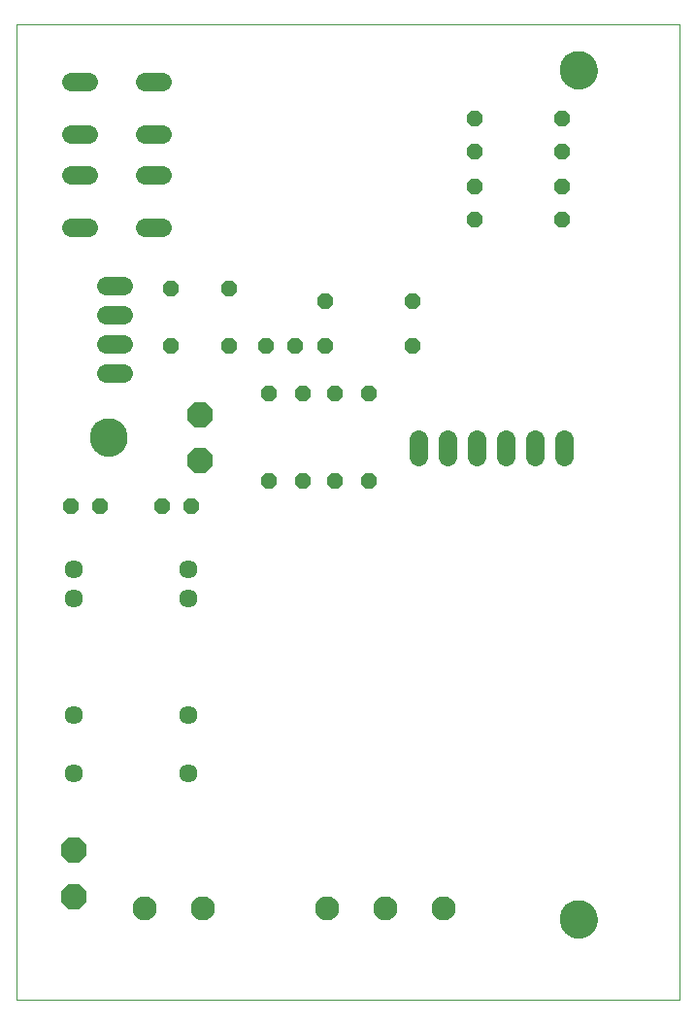
<source format=gbs>
G75*
%MOIN*%
%OFA0B0*%
%FSLAX25Y25*%
%IPPOS*%
%LPD*%
%AMOC8*
5,1,8,0,0,1.08239X$1,22.5*
%
%ADD10C,0.00000*%
%ADD11C,0.12998*%
%ADD12C,0.06400*%
%ADD13C,0.08274*%
%ADD14OC8,0.05600*%
%ADD15C,0.06337*%
%ADD16OC8,0.08900*%
D10*
X0001000Y0001000D02*
X0001000Y0335646D01*
X0228559Y0335646D01*
X0228559Y0001000D01*
X0001000Y0001000D01*
X0026197Y0193913D02*
X0026199Y0194071D01*
X0026205Y0194229D01*
X0026215Y0194387D01*
X0026229Y0194545D01*
X0026247Y0194702D01*
X0026268Y0194859D01*
X0026294Y0195015D01*
X0026324Y0195171D01*
X0026357Y0195326D01*
X0026395Y0195479D01*
X0026436Y0195632D01*
X0026481Y0195784D01*
X0026530Y0195935D01*
X0026583Y0196084D01*
X0026639Y0196232D01*
X0026699Y0196378D01*
X0026763Y0196523D01*
X0026831Y0196666D01*
X0026902Y0196808D01*
X0026976Y0196948D01*
X0027054Y0197085D01*
X0027136Y0197221D01*
X0027220Y0197355D01*
X0027309Y0197486D01*
X0027400Y0197615D01*
X0027495Y0197742D01*
X0027592Y0197867D01*
X0027693Y0197989D01*
X0027797Y0198108D01*
X0027904Y0198225D01*
X0028014Y0198339D01*
X0028127Y0198450D01*
X0028242Y0198559D01*
X0028360Y0198664D01*
X0028481Y0198766D01*
X0028604Y0198866D01*
X0028730Y0198962D01*
X0028858Y0199055D01*
X0028988Y0199145D01*
X0029121Y0199231D01*
X0029256Y0199315D01*
X0029392Y0199394D01*
X0029531Y0199471D01*
X0029672Y0199543D01*
X0029814Y0199613D01*
X0029958Y0199678D01*
X0030104Y0199740D01*
X0030251Y0199798D01*
X0030400Y0199853D01*
X0030550Y0199904D01*
X0030701Y0199951D01*
X0030853Y0199994D01*
X0031006Y0200033D01*
X0031161Y0200069D01*
X0031316Y0200100D01*
X0031472Y0200128D01*
X0031628Y0200152D01*
X0031785Y0200172D01*
X0031943Y0200188D01*
X0032100Y0200200D01*
X0032259Y0200208D01*
X0032417Y0200212D01*
X0032575Y0200212D01*
X0032733Y0200208D01*
X0032892Y0200200D01*
X0033049Y0200188D01*
X0033207Y0200172D01*
X0033364Y0200152D01*
X0033520Y0200128D01*
X0033676Y0200100D01*
X0033831Y0200069D01*
X0033986Y0200033D01*
X0034139Y0199994D01*
X0034291Y0199951D01*
X0034442Y0199904D01*
X0034592Y0199853D01*
X0034741Y0199798D01*
X0034888Y0199740D01*
X0035034Y0199678D01*
X0035178Y0199613D01*
X0035320Y0199543D01*
X0035461Y0199471D01*
X0035600Y0199394D01*
X0035736Y0199315D01*
X0035871Y0199231D01*
X0036004Y0199145D01*
X0036134Y0199055D01*
X0036262Y0198962D01*
X0036388Y0198866D01*
X0036511Y0198766D01*
X0036632Y0198664D01*
X0036750Y0198559D01*
X0036865Y0198450D01*
X0036978Y0198339D01*
X0037088Y0198225D01*
X0037195Y0198108D01*
X0037299Y0197989D01*
X0037400Y0197867D01*
X0037497Y0197742D01*
X0037592Y0197615D01*
X0037683Y0197486D01*
X0037772Y0197355D01*
X0037856Y0197221D01*
X0037938Y0197085D01*
X0038016Y0196948D01*
X0038090Y0196808D01*
X0038161Y0196666D01*
X0038229Y0196523D01*
X0038293Y0196378D01*
X0038353Y0196232D01*
X0038409Y0196084D01*
X0038462Y0195935D01*
X0038511Y0195784D01*
X0038556Y0195632D01*
X0038597Y0195479D01*
X0038635Y0195326D01*
X0038668Y0195171D01*
X0038698Y0195015D01*
X0038724Y0194859D01*
X0038745Y0194702D01*
X0038763Y0194545D01*
X0038777Y0194387D01*
X0038787Y0194229D01*
X0038793Y0194071D01*
X0038795Y0193913D01*
X0038793Y0193755D01*
X0038787Y0193597D01*
X0038777Y0193439D01*
X0038763Y0193281D01*
X0038745Y0193124D01*
X0038724Y0192967D01*
X0038698Y0192811D01*
X0038668Y0192655D01*
X0038635Y0192500D01*
X0038597Y0192347D01*
X0038556Y0192194D01*
X0038511Y0192042D01*
X0038462Y0191891D01*
X0038409Y0191742D01*
X0038353Y0191594D01*
X0038293Y0191448D01*
X0038229Y0191303D01*
X0038161Y0191160D01*
X0038090Y0191018D01*
X0038016Y0190878D01*
X0037938Y0190741D01*
X0037856Y0190605D01*
X0037772Y0190471D01*
X0037683Y0190340D01*
X0037592Y0190211D01*
X0037497Y0190084D01*
X0037400Y0189959D01*
X0037299Y0189837D01*
X0037195Y0189718D01*
X0037088Y0189601D01*
X0036978Y0189487D01*
X0036865Y0189376D01*
X0036750Y0189267D01*
X0036632Y0189162D01*
X0036511Y0189060D01*
X0036388Y0188960D01*
X0036262Y0188864D01*
X0036134Y0188771D01*
X0036004Y0188681D01*
X0035871Y0188595D01*
X0035736Y0188511D01*
X0035600Y0188432D01*
X0035461Y0188355D01*
X0035320Y0188283D01*
X0035178Y0188213D01*
X0035034Y0188148D01*
X0034888Y0188086D01*
X0034741Y0188028D01*
X0034592Y0187973D01*
X0034442Y0187922D01*
X0034291Y0187875D01*
X0034139Y0187832D01*
X0033986Y0187793D01*
X0033831Y0187757D01*
X0033676Y0187726D01*
X0033520Y0187698D01*
X0033364Y0187674D01*
X0033207Y0187654D01*
X0033049Y0187638D01*
X0032892Y0187626D01*
X0032733Y0187618D01*
X0032575Y0187614D01*
X0032417Y0187614D01*
X0032259Y0187618D01*
X0032100Y0187626D01*
X0031943Y0187638D01*
X0031785Y0187654D01*
X0031628Y0187674D01*
X0031472Y0187698D01*
X0031316Y0187726D01*
X0031161Y0187757D01*
X0031006Y0187793D01*
X0030853Y0187832D01*
X0030701Y0187875D01*
X0030550Y0187922D01*
X0030400Y0187973D01*
X0030251Y0188028D01*
X0030104Y0188086D01*
X0029958Y0188148D01*
X0029814Y0188213D01*
X0029672Y0188283D01*
X0029531Y0188355D01*
X0029392Y0188432D01*
X0029256Y0188511D01*
X0029121Y0188595D01*
X0028988Y0188681D01*
X0028858Y0188771D01*
X0028730Y0188864D01*
X0028604Y0188960D01*
X0028481Y0189060D01*
X0028360Y0189162D01*
X0028242Y0189267D01*
X0028127Y0189376D01*
X0028014Y0189487D01*
X0027904Y0189601D01*
X0027797Y0189718D01*
X0027693Y0189837D01*
X0027592Y0189959D01*
X0027495Y0190084D01*
X0027400Y0190211D01*
X0027309Y0190340D01*
X0027220Y0190471D01*
X0027136Y0190605D01*
X0027054Y0190741D01*
X0026976Y0190878D01*
X0026902Y0191018D01*
X0026831Y0191160D01*
X0026763Y0191303D01*
X0026699Y0191448D01*
X0026639Y0191594D01*
X0026583Y0191742D01*
X0026530Y0191891D01*
X0026481Y0192042D01*
X0026436Y0192194D01*
X0026395Y0192347D01*
X0026357Y0192500D01*
X0026324Y0192655D01*
X0026294Y0192811D01*
X0026268Y0192967D01*
X0026247Y0193124D01*
X0026229Y0193281D01*
X0026215Y0193439D01*
X0026205Y0193597D01*
X0026199Y0193755D01*
X0026197Y0193913D01*
X0187614Y0319898D02*
X0187616Y0320056D01*
X0187622Y0320214D01*
X0187632Y0320372D01*
X0187646Y0320530D01*
X0187664Y0320687D01*
X0187685Y0320844D01*
X0187711Y0321000D01*
X0187741Y0321156D01*
X0187774Y0321311D01*
X0187812Y0321464D01*
X0187853Y0321617D01*
X0187898Y0321769D01*
X0187947Y0321920D01*
X0188000Y0322069D01*
X0188056Y0322217D01*
X0188116Y0322363D01*
X0188180Y0322508D01*
X0188248Y0322651D01*
X0188319Y0322793D01*
X0188393Y0322933D01*
X0188471Y0323070D01*
X0188553Y0323206D01*
X0188637Y0323340D01*
X0188726Y0323471D01*
X0188817Y0323600D01*
X0188912Y0323727D01*
X0189009Y0323852D01*
X0189110Y0323974D01*
X0189214Y0324093D01*
X0189321Y0324210D01*
X0189431Y0324324D01*
X0189544Y0324435D01*
X0189659Y0324544D01*
X0189777Y0324649D01*
X0189898Y0324751D01*
X0190021Y0324851D01*
X0190147Y0324947D01*
X0190275Y0325040D01*
X0190405Y0325130D01*
X0190538Y0325216D01*
X0190673Y0325300D01*
X0190809Y0325379D01*
X0190948Y0325456D01*
X0191089Y0325528D01*
X0191231Y0325598D01*
X0191375Y0325663D01*
X0191521Y0325725D01*
X0191668Y0325783D01*
X0191817Y0325838D01*
X0191967Y0325889D01*
X0192118Y0325936D01*
X0192270Y0325979D01*
X0192423Y0326018D01*
X0192578Y0326054D01*
X0192733Y0326085D01*
X0192889Y0326113D01*
X0193045Y0326137D01*
X0193202Y0326157D01*
X0193360Y0326173D01*
X0193517Y0326185D01*
X0193676Y0326193D01*
X0193834Y0326197D01*
X0193992Y0326197D01*
X0194150Y0326193D01*
X0194309Y0326185D01*
X0194466Y0326173D01*
X0194624Y0326157D01*
X0194781Y0326137D01*
X0194937Y0326113D01*
X0195093Y0326085D01*
X0195248Y0326054D01*
X0195403Y0326018D01*
X0195556Y0325979D01*
X0195708Y0325936D01*
X0195859Y0325889D01*
X0196009Y0325838D01*
X0196158Y0325783D01*
X0196305Y0325725D01*
X0196451Y0325663D01*
X0196595Y0325598D01*
X0196737Y0325528D01*
X0196878Y0325456D01*
X0197017Y0325379D01*
X0197153Y0325300D01*
X0197288Y0325216D01*
X0197421Y0325130D01*
X0197551Y0325040D01*
X0197679Y0324947D01*
X0197805Y0324851D01*
X0197928Y0324751D01*
X0198049Y0324649D01*
X0198167Y0324544D01*
X0198282Y0324435D01*
X0198395Y0324324D01*
X0198505Y0324210D01*
X0198612Y0324093D01*
X0198716Y0323974D01*
X0198817Y0323852D01*
X0198914Y0323727D01*
X0199009Y0323600D01*
X0199100Y0323471D01*
X0199189Y0323340D01*
X0199273Y0323206D01*
X0199355Y0323070D01*
X0199433Y0322933D01*
X0199507Y0322793D01*
X0199578Y0322651D01*
X0199646Y0322508D01*
X0199710Y0322363D01*
X0199770Y0322217D01*
X0199826Y0322069D01*
X0199879Y0321920D01*
X0199928Y0321769D01*
X0199973Y0321617D01*
X0200014Y0321464D01*
X0200052Y0321311D01*
X0200085Y0321156D01*
X0200115Y0321000D01*
X0200141Y0320844D01*
X0200162Y0320687D01*
X0200180Y0320530D01*
X0200194Y0320372D01*
X0200204Y0320214D01*
X0200210Y0320056D01*
X0200212Y0319898D01*
X0200210Y0319740D01*
X0200204Y0319582D01*
X0200194Y0319424D01*
X0200180Y0319266D01*
X0200162Y0319109D01*
X0200141Y0318952D01*
X0200115Y0318796D01*
X0200085Y0318640D01*
X0200052Y0318485D01*
X0200014Y0318332D01*
X0199973Y0318179D01*
X0199928Y0318027D01*
X0199879Y0317876D01*
X0199826Y0317727D01*
X0199770Y0317579D01*
X0199710Y0317433D01*
X0199646Y0317288D01*
X0199578Y0317145D01*
X0199507Y0317003D01*
X0199433Y0316863D01*
X0199355Y0316726D01*
X0199273Y0316590D01*
X0199189Y0316456D01*
X0199100Y0316325D01*
X0199009Y0316196D01*
X0198914Y0316069D01*
X0198817Y0315944D01*
X0198716Y0315822D01*
X0198612Y0315703D01*
X0198505Y0315586D01*
X0198395Y0315472D01*
X0198282Y0315361D01*
X0198167Y0315252D01*
X0198049Y0315147D01*
X0197928Y0315045D01*
X0197805Y0314945D01*
X0197679Y0314849D01*
X0197551Y0314756D01*
X0197421Y0314666D01*
X0197288Y0314580D01*
X0197153Y0314496D01*
X0197017Y0314417D01*
X0196878Y0314340D01*
X0196737Y0314268D01*
X0196595Y0314198D01*
X0196451Y0314133D01*
X0196305Y0314071D01*
X0196158Y0314013D01*
X0196009Y0313958D01*
X0195859Y0313907D01*
X0195708Y0313860D01*
X0195556Y0313817D01*
X0195403Y0313778D01*
X0195248Y0313742D01*
X0195093Y0313711D01*
X0194937Y0313683D01*
X0194781Y0313659D01*
X0194624Y0313639D01*
X0194466Y0313623D01*
X0194309Y0313611D01*
X0194150Y0313603D01*
X0193992Y0313599D01*
X0193834Y0313599D01*
X0193676Y0313603D01*
X0193517Y0313611D01*
X0193360Y0313623D01*
X0193202Y0313639D01*
X0193045Y0313659D01*
X0192889Y0313683D01*
X0192733Y0313711D01*
X0192578Y0313742D01*
X0192423Y0313778D01*
X0192270Y0313817D01*
X0192118Y0313860D01*
X0191967Y0313907D01*
X0191817Y0313958D01*
X0191668Y0314013D01*
X0191521Y0314071D01*
X0191375Y0314133D01*
X0191231Y0314198D01*
X0191089Y0314268D01*
X0190948Y0314340D01*
X0190809Y0314417D01*
X0190673Y0314496D01*
X0190538Y0314580D01*
X0190405Y0314666D01*
X0190275Y0314756D01*
X0190147Y0314849D01*
X0190021Y0314945D01*
X0189898Y0315045D01*
X0189777Y0315147D01*
X0189659Y0315252D01*
X0189544Y0315361D01*
X0189431Y0315472D01*
X0189321Y0315586D01*
X0189214Y0315703D01*
X0189110Y0315822D01*
X0189009Y0315944D01*
X0188912Y0316069D01*
X0188817Y0316196D01*
X0188726Y0316325D01*
X0188637Y0316456D01*
X0188553Y0316590D01*
X0188471Y0316726D01*
X0188393Y0316863D01*
X0188319Y0317003D01*
X0188248Y0317145D01*
X0188180Y0317288D01*
X0188116Y0317433D01*
X0188056Y0317579D01*
X0188000Y0317727D01*
X0187947Y0317876D01*
X0187898Y0318027D01*
X0187853Y0318179D01*
X0187812Y0318332D01*
X0187774Y0318485D01*
X0187741Y0318640D01*
X0187711Y0318796D01*
X0187685Y0318952D01*
X0187664Y0319109D01*
X0187646Y0319266D01*
X0187632Y0319424D01*
X0187622Y0319582D01*
X0187616Y0319740D01*
X0187614Y0319898D01*
X0187614Y0028559D02*
X0187616Y0028717D01*
X0187622Y0028875D01*
X0187632Y0029033D01*
X0187646Y0029191D01*
X0187664Y0029348D01*
X0187685Y0029505D01*
X0187711Y0029661D01*
X0187741Y0029817D01*
X0187774Y0029972D01*
X0187812Y0030125D01*
X0187853Y0030278D01*
X0187898Y0030430D01*
X0187947Y0030581D01*
X0188000Y0030730D01*
X0188056Y0030878D01*
X0188116Y0031024D01*
X0188180Y0031169D01*
X0188248Y0031312D01*
X0188319Y0031454D01*
X0188393Y0031594D01*
X0188471Y0031731D01*
X0188553Y0031867D01*
X0188637Y0032001D01*
X0188726Y0032132D01*
X0188817Y0032261D01*
X0188912Y0032388D01*
X0189009Y0032513D01*
X0189110Y0032635D01*
X0189214Y0032754D01*
X0189321Y0032871D01*
X0189431Y0032985D01*
X0189544Y0033096D01*
X0189659Y0033205D01*
X0189777Y0033310D01*
X0189898Y0033412D01*
X0190021Y0033512D01*
X0190147Y0033608D01*
X0190275Y0033701D01*
X0190405Y0033791D01*
X0190538Y0033877D01*
X0190673Y0033961D01*
X0190809Y0034040D01*
X0190948Y0034117D01*
X0191089Y0034189D01*
X0191231Y0034259D01*
X0191375Y0034324D01*
X0191521Y0034386D01*
X0191668Y0034444D01*
X0191817Y0034499D01*
X0191967Y0034550D01*
X0192118Y0034597D01*
X0192270Y0034640D01*
X0192423Y0034679D01*
X0192578Y0034715D01*
X0192733Y0034746D01*
X0192889Y0034774D01*
X0193045Y0034798D01*
X0193202Y0034818D01*
X0193360Y0034834D01*
X0193517Y0034846D01*
X0193676Y0034854D01*
X0193834Y0034858D01*
X0193992Y0034858D01*
X0194150Y0034854D01*
X0194309Y0034846D01*
X0194466Y0034834D01*
X0194624Y0034818D01*
X0194781Y0034798D01*
X0194937Y0034774D01*
X0195093Y0034746D01*
X0195248Y0034715D01*
X0195403Y0034679D01*
X0195556Y0034640D01*
X0195708Y0034597D01*
X0195859Y0034550D01*
X0196009Y0034499D01*
X0196158Y0034444D01*
X0196305Y0034386D01*
X0196451Y0034324D01*
X0196595Y0034259D01*
X0196737Y0034189D01*
X0196878Y0034117D01*
X0197017Y0034040D01*
X0197153Y0033961D01*
X0197288Y0033877D01*
X0197421Y0033791D01*
X0197551Y0033701D01*
X0197679Y0033608D01*
X0197805Y0033512D01*
X0197928Y0033412D01*
X0198049Y0033310D01*
X0198167Y0033205D01*
X0198282Y0033096D01*
X0198395Y0032985D01*
X0198505Y0032871D01*
X0198612Y0032754D01*
X0198716Y0032635D01*
X0198817Y0032513D01*
X0198914Y0032388D01*
X0199009Y0032261D01*
X0199100Y0032132D01*
X0199189Y0032001D01*
X0199273Y0031867D01*
X0199355Y0031731D01*
X0199433Y0031594D01*
X0199507Y0031454D01*
X0199578Y0031312D01*
X0199646Y0031169D01*
X0199710Y0031024D01*
X0199770Y0030878D01*
X0199826Y0030730D01*
X0199879Y0030581D01*
X0199928Y0030430D01*
X0199973Y0030278D01*
X0200014Y0030125D01*
X0200052Y0029972D01*
X0200085Y0029817D01*
X0200115Y0029661D01*
X0200141Y0029505D01*
X0200162Y0029348D01*
X0200180Y0029191D01*
X0200194Y0029033D01*
X0200204Y0028875D01*
X0200210Y0028717D01*
X0200212Y0028559D01*
X0200210Y0028401D01*
X0200204Y0028243D01*
X0200194Y0028085D01*
X0200180Y0027927D01*
X0200162Y0027770D01*
X0200141Y0027613D01*
X0200115Y0027457D01*
X0200085Y0027301D01*
X0200052Y0027146D01*
X0200014Y0026993D01*
X0199973Y0026840D01*
X0199928Y0026688D01*
X0199879Y0026537D01*
X0199826Y0026388D01*
X0199770Y0026240D01*
X0199710Y0026094D01*
X0199646Y0025949D01*
X0199578Y0025806D01*
X0199507Y0025664D01*
X0199433Y0025524D01*
X0199355Y0025387D01*
X0199273Y0025251D01*
X0199189Y0025117D01*
X0199100Y0024986D01*
X0199009Y0024857D01*
X0198914Y0024730D01*
X0198817Y0024605D01*
X0198716Y0024483D01*
X0198612Y0024364D01*
X0198505Y0024247D01*
X0198395Y0024133D01*
X0198282Y0024022D01*
X0198167Y0023913D01*
X0198049Y0023808D01*
X0197928Y0023706D01*
X0197805Y0023606D01*
X0197679Y0023510D01*
X0197551Y0023417D01*
X0197421Y0023327D01*
X0197288Y0023241D01*
X0197153Y0023157D01*
X0197017Y0023078D01*
X0196878Y0023001D01*
X0196737Y0022929D01*
X0196595Y0022859D01*
X0196451Y0022794D01*
X0196305Y0022732D01*
X0196158Y0022674D01*
X0196009Y0022619D01*
X0195859Y0022568D01*
X0195708Y0022521D01*
X0195556Y0022478D01*
X0195403Y0022439D01*
X0195248Y0022403D01*
X0195093Y0022372D01*
X0194937Y0022344D01*
X0194781Y0022320D01*
X0194624Y0022300D01*
X0194466Y0022284D01*
X0194309Y0022272D01*
X0194150Y0022264D01*
X0193992Y0022260D01*
X0193834Y0022260D01*
X0193676Y0022264D01*
X0193517Y0022272D01*
X0193360Y0022284D01*
X0193202Y0022300D01*
X0193045Y0022320D01*
X0192889Y0022344D01*
X0192733Y0022372D01*
X0192578Y0022403D01*
X0192423Y0022439D01*
X0192270Y0022478D01*
X0192118Y0022521D01*
X0191967Y0022568D01*
X0191817Y0022619D01*
X0191668Y0022674D01*
X0191521Y0022732D01*
X0191375Y0022794D01*
X0191231Y0022859D01*
X0191089Y0022929D01*
X0190948Y0023001D01*
X0190809Y0023078D01*
X0190673Y0023157D01*
X0190538Y0023241D01*
X0190405Y0023327D01*
X0190275Y0023417D01*
X0190147Y0023510D01*
X0190021Y0023606D01*
X0189898Y0023706D01*
X0189777Y0023808D01*
X0189659Y0023913D01*
X0189544Y0024022D01*
X0189431Y0024133D01*
X0189321Y0024247D01*
X0189214Y0024364D01*
X0189110Y0024483D01*
X0189009Y0024605D01*
X0188912Y0024730D01*
X0188817Y0024857D01*
X0188726Y0024986D01*
X0188637Y0025117D01*
X0188553Y0025251D01*
X0188471Y0025387D01*
X0188393Y0025524D01*
X0188319Y0025664D01*
X0188248Y0025806D01*
X0188180Y0025949D01*
X0188116Y0026094D01*
X0188056Y0026240D01*
X0188000Y0026388D01*
X0187947Y0026537D01*
X0187898Y0026688D01*
X0187853Y0026840D01*
X0187812Y0026993D01*
X0187774Y0027146D01*
X0187741Y0027301D01*
X0187711Y0027457D01*
X0187685Y0027613D01*
X0187664Y0027770D01*
X0187646Y0027927D01*
X0187632Y0028085D01*
X0187622Y0028243D01*
X0187616Y0028401D01*
X0187614Y0028559D01*
D11*
X0193913Y0028559D03*
X0032496Y0193913D03*
X0193913Y0319898D03*
D12*
X0189031Y0193370D02*
X0189031Y0187370D01*
X0179031Y0187370D02*
X0179031Y0193370D01*
X0169031Y0193370D02*
X0169031Y0187370D01*
X0159031Y0187370D02*
X0159031Y0193370D01*
X0149031Y0193370D02*
X0149031Y0187370D01*
X0139031Y0187370D02*
X0139031Y0193370D01*
X0051111Y0266076D02*
X0045111Y0266076D01*
X0045111Y0283876D02*
X0051111Y0283876D01*
X0051111Y0298006D02*
X0045111Y0298006D01*
X0045111Y0315806D02*
X0051111Y0315806D01*
X0025511Y0315806D02*
X0019511Y0315806D01*
X0019511Y0298006D02*
X0025511Y0298006D01*
X0025511Y0283876D02*
X0019511Y0283876D01*
X0019511Y0266076D02*
X0025511Y0266076D01*
X0031661Y0246118D02*
X0037661Y0246118D01*
X0037661Y0236118D02*
X0031661Y0236118D01*
X0031661Y0226118D02*
X0037661Y0226118D01*
X0037661Y0216118D02*
X0031661Y0216118D01*
D13*
X0045051Y0032358D03*
X0065051Y0032358D03*
X0107728Y0032358D03*
X0127728Y0032358D03*
X0147728Y0032358D03*
D14*
X0061118Y0170291D03*
X0051118Y0170291D03*
X0029622Y0170291D03*
X0019622Y0170291D03*
X0053992Y0225409D03*
X0053992Y0245094D03*
X0073992Y0245094D03*
X0073992Y0225409D03*
X0086551Y0225409D03*
X0087614Y0208913D03*
X0096551Y0225409D03*
X0107024Y0225409D03*
X0110213Y0208913D03*
X0099425Y0208913D03*
X0099425Y0178913D03*
X0110213Y0178913D03*
X0122024Y0178913D03*
X0122024Y0208913D03*
X0137024Y0225409D03*
X0137024Y0240685D03*
X0158205Y0268717D03*
X0158205Y0280055D03*
X0158205Y0291866D03*
X0158205Y0303362D03*
X0188205Y0303362D03*
X0188205Y0291866D03*
X0188205Y0280055D03*
X0188205Y0268717D03*
X0107024Y0240685D03*
X0087614Y0178913D03*
D15*
X0059878Y0148618D03*
X0059878Y0138618D03*
X0059878Y0098618D03*
X0059878Y0078618D03*
X0020567Y0078618D03*
X0020567Y0098618D03*
X0020567Y0138618D03*
X0020567Y0148618D03*
D16*
X0063992Y0186039D03*
X0063992Y0201787D03*
X0020685Y0052181D03*
X0020685Y0036433D03*
M02*

</source>
